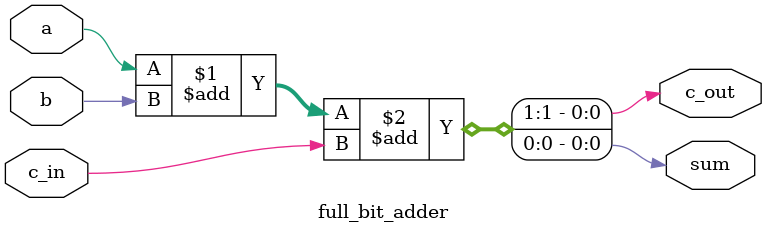
<source format=v>
`timescale 1ns / 1ps
module full_bit_adder(
    input a,
    input b,
    input c_in,
    output sum,
    output c_out
    );
	
	assign {c_out, sum} = a + b + c_in;
	
endmodule

</source>
